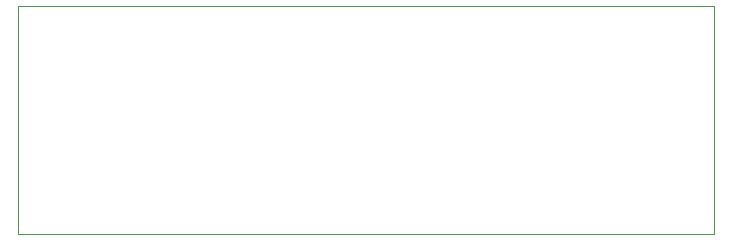
<source format=gbr>
%TF.GenerationSoftware,KiCad,Pcbnew,5.1.9+dfsg1-1+deb11u1*%
%TF.CreationDate,2023-03-09T17:46:09+02:00*%
%TF.ProjectId,lora_digirepeater_micro,6c6f7261-5f64-4696-9769-726570656174,rev?*%
%TF.SameCoordinates,Original*%
%TF.FileFunction,Profile,NP*%
%FSLAX46Y46*%
G04 Gerber Fmt 4.6, Leading zero omitted, Abs format (unit mm)*
G04 Created by KiCad (PCBNEW 5.1.9+dfsg1-1+deb11u1) date 2023-03-09 17:46:09*
%MOMM*%
%LPD*%
G01*
G04 APERTURE LIST*
%TA.AperFunction,Profile*%
%ADD10C,0.100000*%
%TD*%
G04 APERTURE END LIST*
D10*
X110236000Y-88392000D02*
X112776000Y-88392000D01*
X110236000Y-107696000D02*
X110236000Y-88392000D01*
X112776000Y-107696000D02*
X110236000Y-107696000D01*
X169164000Y-88392000D02*
X169164000Y-107696000D01*
X112776000Y-88392000D02*
X169164000Y-88392000D01*
X169164000Y-107696000D02*
X112776000Y-107696000D01*
M02*

</source>
